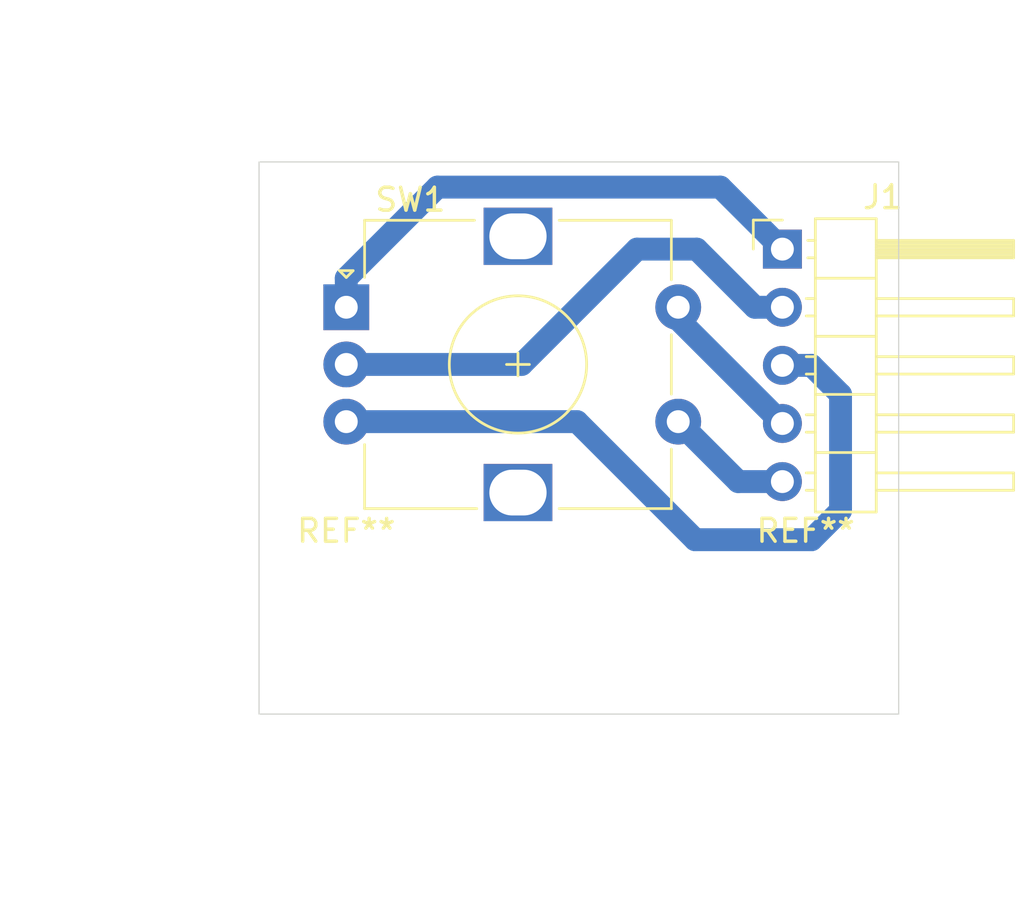
<source format=kicad_pcb>
(kicad_pcb (version 20171130) (host pcbnew 5.1.10-88a1d61d58~90~ubuntu20.04.1)

  (general
    (thickness 1.6)
    (drawings 7)
    (tracks 20)
    (zones 0)
    (modules 4)
    (nets 6)
  )

  (page A4)
  (title_block
    (title "AlarmClock encoder")
    (company "Ondřej Sluka")
  )

  (layers
    (0 F.Cu jumper)
    (31 B.Cu signal)
    (33 F.Adhes user)
    (35 F.Paste user)
    (37 F.SilkS user)
    (38 B.Mask user)
    (39 F.Mask user)
    (40 Dwgs.User user)
    (41 Cmts.User user)
    (42 Eco1.User user)
    (43 Eco2.User user)
    (44 Edge.Cuts user)
    (45 Margin user)
    (46 B.CrtYd user)
    (47 F.CrtYd user)
    (49 F.Fab user)
  )

  (setup
    (last_trace_width 1)
    (trace_clearance 0.4)
    (zone_clearance 0.508)
    (zone_45_only no)
    (trace_min 0.8)
    (via_size 1.2)
    (via_drill 1)
    (via_min_size 1)
    (via_min_drill 0.8)
    (uvia_size 0.3)
    (uvia_drill 0.1)
    (uvias_allowed no)
    (uvia_min_size 0.2)
    (uvia_min_drill 0.1)
    (edge_width 0.05)
    (segment_width 0.2)
    (pcb_text_width 0.3)
    (pcb_text_size 1.5 1.5)
    (mod_edge_width 0.12)
    (mod_text_size 1 1)
    (mod_text_width 0.15)
    (pad_size 1.524 1.524)
    (pad_drill 0.762)
    (pad_to_mask_clearance 0)
    (aux_axis_origin 127 114.3)
    (grid_origin 127 114.3)
    (visible_elements FFFFFF7F)
    (pcbplotparams
      (layerselection 0x01000_fffffffe)
      (usegerberextensions false)
      (usegerberattributes true)
      (usegerberadvancedattributes true)
      (creategerberjobfile true)
      (excludeedgelayer true)
      (linewidth 0.100000)
      (plotframeref false)
      (viasonmask false)
      (mode 1)
      (useauxorigin true)
      (hpglpennumber 1)
      (hpglpenspeed 20)
      (hpglpendiameter 15.000000)
      (psnegative false)
      (psa4output false)
      (plotreference true)
      (plotvalue true)
      (plotinvisibletext false)
      (padsonsilk false)
      (subtractmaskfromsilk false)
      (outputformat 1)
      (mirror false)
      (drillshape 0)
      (scaleselection 1)
      (outputdirectory "gerber/"))
  )

  (net 0 "")
  (net 1 /S2)
  (net 2 /S1)
  (net 3 /B)
  (net 4 /C)
  (net 5 /A)

  (net_class Default "This is the default net class."
    (clearance 0.4)
    (trace_width 1)
    (via_dia 1.2)
    (via_drill 1)
    (uvia_dia 0.3)
    (uvia_drill 0.1)
    (diff_pair_width 0.8)
    (diff_pair_gap 0.4)
    (add_net /A)
    (add_net /B)
    (add_net /C)
    (add_net /S1)
    (add_net /S2)
  )

  (module MountingHole:MountingHole_3.2mm_M3 (layer F.Cu) (tedit 56D1B4CB) (tstamp 624E48F5)
    (at 150.876 110.49)
    (descr "Mounting Hole 3.2mm, no annular, M3")
    (tags "mounting hole 3.2mm no annular m3")
    (attr virtual)
    (fp_text reference REF** (at 0 -4.2) (layer F.SilkS)
      (effects (font (size 1 1) (thickness 0.15)))
    )
    (fp_text value MountingHole_3.2mm_M3 (at 0 4.2) (layer F.Fab)
      (effects (font (size 1 1) (thickness 0.15)))
    )
    (fp_circle (center 0 0) (end 3.2 0) (layer Cmts.User) (width 0.15))
    (fp_circle (center 0 0) (end 3.45 0) (layer F.CrtYd) (width 0.05))
    (fp_text user %R (at 0.3 0) (layer F.Fab)
      (effects (font (size 1 1) (thickness 0.15)))
    )
    (pad 1 np_thru_hole circle (at 0 0) (size 3.2 3.2) (drill 3.2) (layers *.Cu *.Mask))
  )

  (module MountingHole:MountingHole_3.2mm_M3 locked (layer F.Cu) (tedit 56D1B4CB) (tstamp 624E471A)
    (at 130.81 110.49)
    (descr "Mounting Hole 3.2mm, no annular, M3")
    (tags "mounting hole 3.2mm no annular m3")
    (attr virtual)
    (fp_text reference REF** (at 0 -4.2) (layer F.SilkS)
      (effects (font (size 1 1) (thickness 0.15)))
    )
    (fp_text value MountingHole_3.2mm_M3 (at 0 4.2) (layer F.Fab)
      (effects (font (size 1 1) (thickness 0.15)))
    )
    (fp_circle (center 0 0) (end 3.2 0) (layer Cmts.User) (width 0.15))
    (fp_circle (center 0 0) (end 3.45 0) (layer F.CrtYd) (width 0.05))
    (fp_text user %R (at 0.3 0) (layer F.Fab)
      (effects (font (size 1 1) (thickness 0.15)))
    )
    (pad 1 np_thru_hole circle (at 0 0) (size 3.2 3.2) (drill 3.2) (layers *.Cu *.Mask))
  )

  (module Rotary_Encoder:RotaryEncoder_Alps_EC12E-Switch_Vertical_H20mm (layer F.Cu) (tedit 5A64F492) (tstamp 624E47A8)
    (at 130.81 96.52)
    (descr "Alps rotary encoder, EC12E... with switch, vertical shaft, http://www.alps.com/prod/info/E/HTML/Encoder/Incremental/EC12E/EC12E1240405.html & http://cdn-reichelt.de/documents/datenblatt/F100/402097STEC12E08.PDF")
    (tags "rotary encoder")
    (path /624DDB63)
    (fp_text reference SW1 (at 2.8 -4.7) (layer F.SilkS)
      (effects (font (size 1 1) (thickness 0.15)))
    )
    (fp_text value Rotary_Encoder_Switch (at 7.5 10.4) (layer F.Fab)
      (effects (font (size 1 1) (thickness 0.15)))
    )
    (fp_text user %R (at 11.5 6.6) (layer F.Fab)
      (effects (font (size 1 1) (thickness 0.15)))
    )
    (fp_line (start 7 2.5) (end 8 2.5) (layer F.SilkS) (width 0.12))
    (fp_line (start 7.5 2) (end 7.5 3) (layer F.SilkS) (width 0.12))
    (fp_line (start 14.2 6.2) (end 14.2 8.8) (layer F.SilkS) (width 0.12))
    (fp_line (start 14.2 1.2) (end 14.2 3.8) (layer F.SilkS) (width 0.12))
    (fp_line (start 14.2 -3.8) (end 14.2 -1.2) (layer F.SilkS) (width 0.12))
    (fp_line (start 4.5 2.5) (end 10.5 2.5) (layer F.Fab) (width 0.12))
    (fp_line (start 7.5 -0.5) (end 7.5 5.5) (layer F.Fab) (width 0.12))
    (fp_line (start 0.3 -1.6) (end 0 -1.3) (layer F.SilkS) (width 0.12))
    (fp_line (start -0.3 -1.6) (end 0.3 -1.6) (layer F.SilkS) (width 0.12))
    (fp_line (start 0 -1.3) (end -0.3 -1.6) (layer F.SilkS) (width 0.12))
    (fp_line (start 0.8 -3.8) (end 0.8 -1.3) (layer F.SilkS) (width 0.12))
    (fp_line (start 5.6 -3.8) (end 0.8 -3.8) (layer F.SilkS) (width 0.12))
    (fp_line (start 0.8 8.8) (end 0.8 6) (layer F.SilkS) (width 0.12))
    (fp_line (start 5.7 8.8) (end 0.8 8.8) (layer F.SilkS) (width 0.12))
    (fp_line (start 14.2 8.8) (end 9.3 8.8) (layer F.SilkS) (width 0.12))
    (fp_line (start 9.3 -3.8) (end 14.2 -3.8) (layer F.SilkS) (width 0.12))
    (fp_line (start 0.9 -2.6) (end 1.9 -3.7) (layer F.Fab) (width 0.12))
    (fp_line (start 0.9 8.7) (end 0.9 -2.6) (layer F.Fab) (width 0.12))
    (fp_line (start 14.1 8.7) (end 0.9 8.7) (layer F.Fab) (width 0.12))
    (fp_line (start 14.1 -3.7) (end 14.1 8.7) (layer F.Fab) (width 0.12))
    (fp_line (start 1.9 -3.7) (end 14.1 -3.7) (layer F.Fab) (width 0.12))
    (fp_line (start -1.5 -4.85) (end 16 -4.85) (layer F.CrtYd) (width 0.05))
    (fp_line (start -1.5 -4.85) (end -1.5 9.85) (layer F.CrtYd) (width 0.05))
    (fp_line (start 16 9.85) (end 16 -4.85) (layer F.CrtYd) (width 0.05))
    (fp_line (start 16 9.85) (end -1.5 9.85) (layer F.CrtYd) (width 0.05))
    (fp_circle (center 7.5 2.5) (end 10.5 2.5) (layer F.SilkS) (width 0.12))
    (fp_circle (center 7.5 2.5) (end 10.5 2.5) (layer F.Fab) (width 0.12))
    (pad A thru_hole rect (at 0 0) (size 2 2) (drill 1) (layers *.Cu *.Mask)
      (net 5 /A))
    (pad C thru_hole circle (at 0 2.5) (size 2 2) (drill 1) (layers *.Cu *.Mask)
      (net 4 /C))
    (pad B thru_hole circle (at 0 5) (size 2 2) (drill 1) (layers *.Cu *.Mask)
      (net 3 /B))
    (pad MP thru_hole rect (at 7.5 -3.1) (size 3 2.5) (drill oval 2.5 2) (layers *.Cu *.Mask))
    (pad MP thru_hole rect (at 7.5 8.1) (size 3 2.5) (drill oval 2.5 2) (layers *.Cu *.Mask))
    (pad S1 thru_hole circle (at 14.5 0) (size 2 2) (drill 1) (layers *.Cu *.Mask)
      (net 2 /S1))
    (pad S2 thru_hole circle (at 14.5 5) (size 2 2) (drill 1) (layers *.Cu *.Mask)
      (net 1 /S2))
    (model ${KISYS3DMOD}/Rotary_Encoder.3dshapes/RotaryEncoder_Alps_EC12E-Switch_Vertical_H20mm.wrl
      (at (xyz 0 0 0))
      (scale (xyz 1 1 1))
      (rotate (xyz 0 0 0))
    )
  )

  (module Connector_PinHeader_2.54mm:PinHeader_1x05_P2.54mm_Horizontal (layer F.Cu) (tedit 59FED5CB) (tstamp 624E4173)
    (at 149.86 93.98)
    (descr "Through hole angled pin header, 1x05, 2.54mm pitch, 6mm pin length, single row")
    (tags "Through hole angled pin header THT 1x05 2.54mm single row")
    (path /624DF291)
    (fp_text reference J1 (at 4.385 -2.27) (layer F.SilkS)
      (effects (font (size 1 1) (thickness 0.15)))
    )
    (fp_text value Conn_01x05 (at 4.385 12.43) (layer F.Fab)
      (effects (font (size 1 1) (thickness 0.15)))
    )
    (fp_text user %R (at 2.77 5.08 90) (layer F.Fab)
      (effects (font (size 1 1) (thickness 0.15)))
    )
    (fp_line (start 2.135 -1.27) (end 4.04 -1.27) (layer F.Fab) (width 0.1))
    (fp_line (start 4.04 -1.27) (end 4.04 11.43) (layer F.Fab) (width 0.1))
    (fp_line (start 4.04 11.43) (end 1.5 11.43) (layer F.Fab) (width 0.1))
    (fp_line (start 1.5 11.43) (end 1.5 -0.635) (layer F.Fab) (width 0.1))
    (fp_line (start 1.5 -0.635) (end 2.135 -1.27) (layer F.Fab) (width 0.1))
    (fp_line (start -0.32 -0.32) (end 1.5 -0.32) (layer F.Fab) (width 0.1))
    (fp_line (start -0.32 -0.32) (end -0.32 0.32) (layer F.Fab) (width 0.1))
    (fp_line (start -0.32 0.32) (end 1.5 0.32) (layer F.Fab) (width 0.1))
    (fp_line (start 4.04 -0.32) (end 10.04 -0.32) (layer F.Fab) (width 0.1))
    (fp_line (start 10.04 -0.32) (end 10.04 0.32) (layer F.Fab) (width 0.1))
    (fp_line (start 4.04 0.32) (end 10.04 0.32) (layer F.Fab) (width 0.1))
    (fp_line (start -0.32 2.22) (end 1.5 2.22) (layer F.Fab) (width 0.1))
    (fp_line (start -0.32 2.22) (end -0.32 2.86) (layer F.Fab) (width 0.1))
    (fp_line (start -0.32 2.86) (end 1.5 2.86) (layer F.Fab) (width 0.1))
    (fp_line (start 4.04 2.22) (end 10.04 2.22) (layer F.Fab) (width 0.1))
    (fp_line (start 10.04 2.22) (end 10.04 2.86) (layer F.Fab) (width 0.1))
    (fp_line (start 4.04 2.86) (end 10.04 2.86) (layer F.Fab) (width 0.1))
    (fp_line (start -0.32 4.76) (end 1.5 4.76) (layer F.Fab) (width 0.1))
    (fp_line (start -0.32 4.76) (end -0.32 5.4) (layer F.Fab) (width 0.1))
    (fp_line (start -0.32 5.4) (end 1.5 5.4) (layer F.Fab) (width 0.1))
    (fp_line (start 4.04 4.76) (end 10.04 4.76) (layer F.Fab) (width 0.1))
    (fp_line (start 10.04 4.76) (end 10.04 5.4) (layer F.Fab) (width 0.1))
    (fp_line (start 4.04 5.4) (end 10.04 5.4) (layer F.Fab) (width 0.1))
    (fp_line (start -0.32 7.3) (end 1.5 7.3) (layer F.Fab) (width 0.1))
    (fp_line (start -0.32 7.3) (end -0.32 7.94) (layer F.Fab) (width 0.1))
    (fp_line (start -0.32 7.94) (end 1.5 7.94) (layer F.Fab) (width 0.1))
    (fp_line (start 4.04 7.3) (end 10.04 7.3) (layer F.Fab) (width 0.1))
    (fp_line (start 10.04 7.3) (end 10.04 7.94) (layer F.Fab) (width 0.1))
    (fp_line (start 4.04 7.94) (end 10.04 7.94) (layer F.Fab) (width 0.1))
    (fp_line (start -0.32 9.84) (end 1.5 9.84) (layer F.Fab) (width 0.1))
    (fp_line (start -0.32 9.84) (end -0.32 10.48) (layer F.Fab) (width 0.1))
    (fp_line (start -0.32 10.48) (end 1.5 10.48) (layer F.Fab) (width 0.1))
    (fp_line (start 4.04 9.84) (end 10.04 9.84) (layer F.Fab) (width 0.1))
    (fp_line (start 10.04 9.84) (end 10.04 10.48) (layer F.Fab) (width 0.1))
    (fp_line (start 4.04 10.48) (end 10.04 10.48) (layer F.Fab) (width 0.1))
    (fp_line (start 1.44 -1.33) (end 1.44 11.49) (layer F.SilkS) (width 0.12))
    (fp_line (start 1.44 11.49) (end 4.1 11.49) (layer F.SilkS) (width 0.12))
    (fp_line (start 4.1 11.49) (end 4.1 -1.33) (layer F.SilkS) (width 0.12))
    (fp_line (start 4.1 -1.33) (end 1.44 -1.33) (layer F.SilkS) (width 0.12))
    (fp_line (start 4.1 -0.38) (end 10.1 -0.38) (layer F.SilkS) (width 0.12))
    (fp_line (start 10.1 -0.38) (end 10.1 0.38) (layer F.SilkS) (width 0.12))
    (fp_line (start 10.1 0.38) (end 4.1 0.38) (layer F.SilkS) (width 0.12))
    (fp_line (start 4.1 -0.32) (end 10.1 -0.32) (layer F.SilkS) (width 0.12))
    (fp_line (start 4.1 -0.2) (end 10.1 -0.2) (layer F.SilkS) (width 0.12))
    (fp_line (start 4.1 -0.08) (end 10.1 -0.08) (layer F.SilkS) (width 0.12))
    (fp_line (start 4.1 0.04) (end 10.1 0.04) (layer F.SilkS) (width 0.12))
    (fp_line (start 4.1 0.16) (end 10.1 0.16) (layer F.SilkS) (width 0.12))
    (fp_line (start 4.1 0.28) (end 10.1 0.28) (layer F.SilkS) (width 0.12))
    (fp_line (start 1.11 -0.38) (end 1.44 -0.38) (layer F.SilkS) (width 0.12))
    (fp_line (start 1.11 0.38) (end 1.44 0.38) (layer F.SilkS) (width 0.12))
    (fp_line (start 1.44 1.27) (end 4.1 1.27) (layer F.SilkS) (width 0.12))
    (fp_line (start 4.1 2.16) (end 10.1 2.16) (layer F.SilkS) (width 0.12))
    (fp_line (start 10.1 2.16) (end 10.1 2.92) (layer F.SilkS) (width 0.12))
    (fp_line (start 10.1 2.92) (end 4.1 2.92) (layer F.SilkS) (width 0.12))
    (fp_line (start 1.042929 2.16) (end 1.44 2.16) (layer F.SilkS) (width 0.12))
    (fp_line (start 1.042929 2.92) (end 1.44 2.92) (layer F.SilkS) (width 0.12))
    (fp_line (start 1.44 3.81) (end 4.1 3.81) (layer F.SilkS) (width 0.12))
    (fp_line (start 4.1 4.7) (end 10.1 4.7) (layer F.SilkS) (width 0.12))
    (fp_line (start 10.1 4.7) (end 10.1 5.46) (layer F.SilkS) (width 0.12))
    (fp_line (start 10.1 5.46) (end 4.1 5.46) (layer F.SilkS) (width 0.12))
    (fp_line (start 1.042929 4.7) (end 1.44 4.7) (layer F.SilkS) (width 0.12))
    (fp_line (start 1.042929 5.46) (end 1.44 5.46) (layer F.SilkS) (width 0.12))
    (fp_line (start 1.44 6.35) (end 4.1 6.35) (layer F.SilkS) (width 0.12))
    (fp_line (start 4.1 7.24) (end 10.1 7.24) (layer F.SilkS) (width 0.12))
    (fp_line (start 10.1 7.24) (end 10.1 8) (layer F.SilkS) (width 0.12))
    (fp_line (start 10.1 8) (end 4.1 8) (layer F.SilkS) (width 0.12))
    (fp_line (start 1.042929 7.24) (end 1.44 7.24) (layer F.SilkS) (width 0.12))
    (fp_line (start 1.042929 8) (end 1.44 8) (layer F.SilkS) (width 0.12))
    (fp_line (start 1.44 8.89) (end 4.1 8.89) (layer F.SilkS) (width 0.12))
    (fp_line (start 4.1 9.78) (end 10.1 9.78) (layer F.SilkS) (width 0.12))
    (fp_line (start 10.1 9.78) (end 10.1 10.54) (layer F.SilkS) (width 0.12))
    (fp_line (start 10.1 10.54) (end 4.1 10.54) (layer F.SilkS) (width 0.12))
    (fp_line (start 1.042929 9.78) (end 1.44 9.78) (layer F.SilkS) (width 0.12))
    (fp_line (start 1.042929 10.54) (end 1.44 10.54) (layer F.SilkS) (width 0.12))
    (fp_line (start -1.27 0) (end -1.27 -1.27) (layer F.SilkS) (width 0.12))
    (fp_line (start -1.27 -1.27) (end 0 -1.27) (layer F.SilkS) (width 0.12))
    (fp_line (start -1.8 -1.8) (end -1.8 11.95) (layer F.CrtYd) (width 0.05))
    (fp_line (start -1.8 11.95) (end 10.55 11.95) (layer F.CrtYd) (width 0.05))
    (fp_line (start 10.55 11.95) (end 10.55 -1.8) (layer F.CrtYd) (width 0.05))
    (fp_line (start 10.55 -1.8) (end -1.8 -1.8) (layer F.CrtYd) (width 0.05))
    (pad 5 thru_hole oval (at 0 10.16) (size 1.7 1.7) (drill 1) (layers *.Cu *.Mask)
      (net 1 /S2))
    (pad 4 thru_hole oval (at 0 7.62) (size 1.7 1.7) (drill 1) (layers *.Cu *.Mask)
      (net 2 /S1))
    (pad 3 thru_hole oval (at 0 5.08) (size 1.7 1.7) (drill 1) (layers *.Cu *.Mask)
      (net 3 /B))
    (pad 2 thru_hole oval (at 0 2.54) (size 1.7 1.7) (drill 1) (layers *.Cu *.Mask)
      (net 4 /C))
    (pad 1 thru_hole rect (at 0 0) (size 1.7 1.7) (drill 1) (layers *.Cu *.Mask)
      (net 5 /A))
    (model ${KISYS3DMOD}/Connector_PinHeader_2.54mm.3dshapes/PinHeader_1x05_P2.54mm_Horizontal.wrl
      (at (xyz 0 0 0))
      (scale (xyz 1 1 1))
      (rotate (xyz 0 0 0))
    )
  )

  (dimension 20.066 (width 0.15) (layer Dwgs.User) (tstamp 624E48EA)
    (gr_text "20,066 mm" (at 140.843 123.22) (layer Dwgs.User) (tstamp 624E48EB)
      (effects (font (size 1 1) (thickness 0.15)))
    )
    (feature1 (pts (xy 150.876 110.49) (xy 150.876 122.506421)))
    (feature2 (pts (xy 130.81 110.49) (xy 130.81 122.506421)))
    (crossbar (pts (xy 130.81 121.92) (xy 150.876 121.92)))
    (arrow1a (pts (xy 150.876 121.92) (xy 149.749496 122.506421)))
    (arrow1b (pts (xy 150.876 121.92) (xy 149.749496 121.333579)))
    (arrow2a (pts (xy 130.81 121.92) (xy 131.936504 122.506421)))
    (arrow2b (pts (xy 130.81 121.92) (xy 131.936504 121.333579)))
  )
  (dimension 27.94 (width 0.15) (layer Dwgs.User)
    (gr_text "27,940 mm" (at 140.97 83.79) (layer Dwgs.User)
      (effects (font (size 1 1) (thickness 0.15)))
    )
    (feature1 (pts (xy 154.94 90.17) (xy 154.94 84.503579)))
    (feature2 (pts (xy 127 90.17) (xy 127 84.503579)))
    (crossbar (pts (xy 127 85.09) (xy 154.94 85.09)))
    (arrow1a (pts (xy 154.94 85.09) (xy 153.813496 85.676421)))
    (arrow1b (pts (xy 154.94 85.09) (xy 153.813496 84.503579)))
    (arrow2a (pts (xy 127 85.09) (xy 128.126504 85.676421)))
    (arrow2b (pts (xy 127 85.09) (xy 128.126504 84.503579)))
  )
  (dimension 24.13 (width 0.15) (layer Dwgs.User)
    (gr_text "24,130 mm" (at 119.35 102.235 90) (layer Dwgs.User)
      (effects (font (size 1 1) (thickness 0.15)))
    )
    (feature1 (pts (xy 127 90.17) (xy 120.063579 90.17)))
    (feature2 (pts (xy 127 114.3) (xy 120.063579 114.3)))
    (crossbar (pts (xy 120.65 114.3) (xy 120.65 90.17)))
    (arrow1a (pts (xy 120.65 90.17) (xy 121.236421 91.296504)))
    (arrow1b (pts (xy 120.65 90.17) (xy 120.063579 91.296504)))
    (arrow2a (pts (xy 120.65 114.3) (xy 121.236421 113.173496)))
    (arrow2b (pts (xy 120.65 114.3) (xy 120.063579 113.173496)))
  )
  (gr_line (start 154.94 114.3) (end 127 114.3) (layer Edge.Cuts) (width 0.05) (tstamp 624E453C))
  (gr_line (start 154.94 90.17) (end 154.94 114.3) (layer Edge.Cuts) (width 0.05))
  (gr_line (start 127 90.17) (end 154.94 90.17) (layer Edge.Cuts) (width 0.05))
  (gr_line (start 127 114.3) (end 127 90.17) (layer Edge.Cuts) (width 0.05))

  (segment (start 147.93 104.14) (end 145.31 101.52) (width 1) (layer B.Cu) (net 1))
  (segment (start 149.86 104.14) (end 147.93 104.14) (width 1) (layer B.Cu) (net 1))
  (segment (start 145.31 97.05) (end 145.31 96.52) (width 1) (layer B.Cu) (net 2))
  (segment (start 149.86 101.6) (end 145.31 97.05) (width 1) (layer B.Cu) (net 2))
  (segment (start 130.81 101.52) (end 140.89 101.52) (width 1) (layer B.Cu) (net 3))
  (segment (start 140.89 101.52) (end 146.05 106.68) (width 1) (layer B.Cu) (net 3))
  (segment (start 146.05 106.68) (end 151.13 106.68) (width 1) (layer B.Cu) (net 3))
  (segment (start 151.13 106.68) (end 152.4 105.41) (width 1) (layer B.Cu) (net 3))
  (segment (start 152.4 105.41) (end 152.4 100.33) (width 1) (layer B.Cu) (net 3))
  (segment (start 151.13 99.06) (end 149.86 99.06) (width 1) (layer B.Cu) (net 3))
  (segment (start 152.4 100.33) (end 151.13 99.06) (width 1) (layer B.Cu) (net 3))
  (segment (start 148.657919 96.52) (end 149.86 96.52) (width 1) (layer B.Cu) (net 4))
  (segment (start 146.117919 93.98) (end 148.657919 96.52) (width 1) (layer B.Cu) (net 4))
  (segment (start 143.51 93.98) (end 146.117919 93.98) (width 1) (layer B.Cu) (net 4))
  (segment (start 138.47 99.02) (end 143.51 93.98) (width 1) (layer B.Cu) (net 4))
  (segment (start 130.81 99.02) (end 138.47 99.02) (width 1) (layer B.Cu) (net 4))
  (segment (start 130.81 96.52) (end 130.81 95.25) (width 1) (layer B.Cu) (net 5))
  (segment (start 147.149999 91.269999) (end 149.86 93.98) (width 1) (layer B.Cu) (net 5))
  (segment (start 134.790001 91.269999) (end 147.149999 91.269999) (width 1) (layer B.Cu) (net 5))
  (segment (start 130.81 95.25) (end 134.790001 91.269999) (width 1) (layer B.Cu) (net 5))

)

</source>
